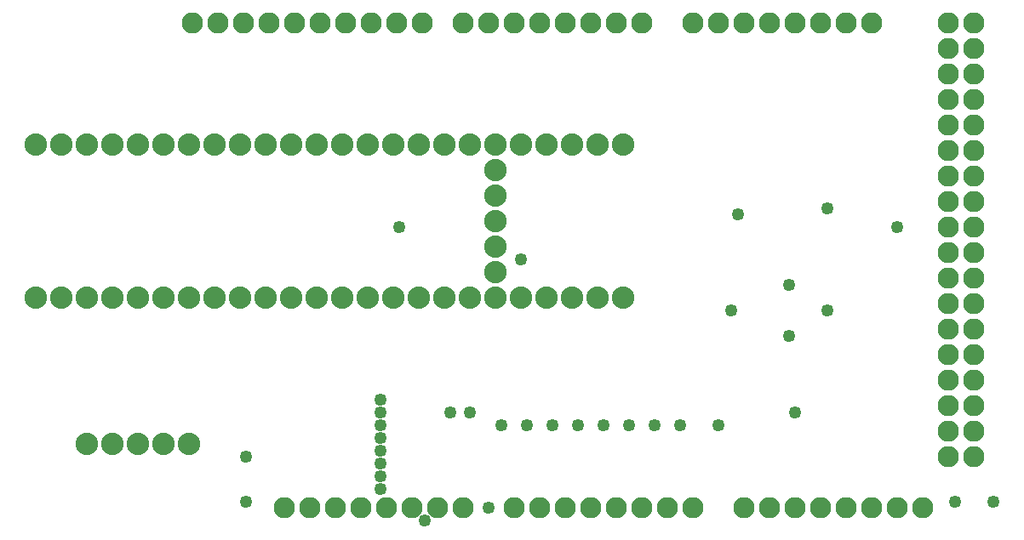
<source format=gbs>
G04 MADE WITH FRITZING*
G04 WWW.FRITZING.ORG*
G04 DOUBLE SIDED*
G04 HOLES PLATED*
G04 CONTOUR ON CENTER OF CONTOUR VECTOR*
%ASAXBY*%
%FSLAX23Y23*%
%MOIN*%
%OFA0B0*%
%SFA1.0B1.0*%
%ADD10C,0.049370*%
%ADD11C,0.082917*%
%ADD12C,0.088000*%
%LNMASK0*%
G90*
G70*
G54D10*
X1653Y42D03*
X3228Y867D03*
X1478Y467D03*
X1478Y417D03*
X1478Y367D03*
X1478Y317D03*
X1478Y517D03*
X1478Y267D03*
X1478Y217D03*
X1478Y167D03*
X2878Y1242D03*
X3228Y1267D03*
X2053Y417D03*
X1953Y417D03*
X2153Y417D03*
X2253Y417D03*
X2353Y417D03*
X2453Y417D03*
X2553Y417D03*
X2653Y417D03*
X1753Y467D03*
X1828Y467D03*
X3078Y767D03*
X3103Y467D03*
X3078Y967D03*
X3728Y117D03*
X3878Y117D03*
X2028Y1067D03*
X953Y117D03*
X953Y292D03*
X1903Y92D03*
X3503Y1192D03*
X2853Y867D03*
G54D11*
X3003Y92D03*
X1403Y92D03*
X3103Y92D03*
X3203Y92D03*
X3303Y92D03*
X3403Y92D03*
X3703Y1492D03*
X3503Y92D03*
X3603Y92D03*
X1443Y1992D03*
X2003Y92D03*
X2103Y92D03*
X2203Y92D03*
X2303Y92D03*
X3703Y692D03*
X2403Y92D03*
X2503Y92D03*
X2603Y92D03*
X2703Y92D03*
X2203Y1992D03*
X3703Y1892D03*
X3703Y1092D03*
X3703Y292D03*
X1043Y1992D03*
X1803Y92D03*
X1803Y1992D03*
X3703Y1692D03*
X3703Y1292D03*
X3703Y892D03*
X3403Y1992D03*
X3703Y492D03*
X3303Y1992D03*
X3203Y1992D03*
X3103Y1992D03*
X3003Y1992D03*
X2903Y1992D03*
X2803Y1992D03*
X2703Y1992D03*
X843Y1992D03*
X1243Y1992D03*
X1643Y1992D03*
X1203Y92D03*
X1603Y92D03*
X2403Y1992D03*
X2003Y1992D03*
X3703Y1992D03*
X3703Y1792D03*
X3703Y1592D03*
X3703Y1392D03*
X3703Y1192D03*
X3703Y992D03*
X3703Y792D03*
X3703Y592D03*
X3703Y392D03*
X743Y1992D03*
X943Y1992D03*
X1143Y1992D03*
X1343Y1992D03*
X1543Y1992D03*
X1103Y92D03*
X1303Y92D03*
X1503Y92D03*
X1703Y92D03*
X2503Y1992D03*
X2303Y1992D03*
X2103Y1992D03*
X1903Y1992D03*
X3803Y1992D03*
X3803Y1892D03*
X3803Y1792D03*
X3803Y1692D03*
X3803Y1592D03*
X3803Y1492D03*
X3803Y1392D03*
X3803Y1292D03*
X3803Y1192D03*
X3803Y1092D03*
X3803Y992D03*
X3803Y892D03*
X3803Y792D03*
X3803Y692D03*
X3803Y592D03*
X3803Y492D03*
X3803Y392D03*
X3803Y292D03*
X2903Y92D03*
G54D12*
X2428Y1517D03*
X2328Y1517D03*
X2228Y1517D03*
X2128Y1517D03*
X2028Y1517D03*
X1928Y1517D03*
X1828Y1517D03*
X1728Y1517D03*
X1628Y1517D03*
X1528Y1517D03*
X1428Y1517D03*
X1328Y1517D03*
X1228Y1517D03*
X1128Y1517D03*
X1028Y1517D03*
X928Y1517D03*
X828Y1517D03*
X728Y1517D03*
X628Y1517D03*
X528Y1517D03*
X428Y1517D03*
X328Y1517D03*
X228Y1517D03*
X128Y1517D03*
X128Y917D03*
X228Y917D03*
X328Y917D03*
X428Y917D03*
X528Y917D03*
X628Y917D03*
X728Y917D03*
X828Y917D03*
X928Y917D03*
X1028Y917D03*
X1128Y917D03*
X1228Y917D03*
X1328Y917D03*
X1428Y917D03*
X1528Y917D03*
X1628Y917D03*
X1728Y917D03*
X1828Y917D03*
X1928Y917D03*
X2028Y917D03*
X2128Y917D03*
X2228Y917D03*
X2328Y917D03*
X2428Y917D03*
X328Y342D03*
X428Y342D03*
X528Y342D03*
X628Y342D03*
X728Y342D03*
X1928Y1417D03*
X1928Y1317D03*
X1928Y1217D03*
X1928Y1117D03*
X1928Y1017D03*
G54D10*
X2803Y417D03*
X1553Y1192D03*
G04 End of Mask0*
M02*
</source>
